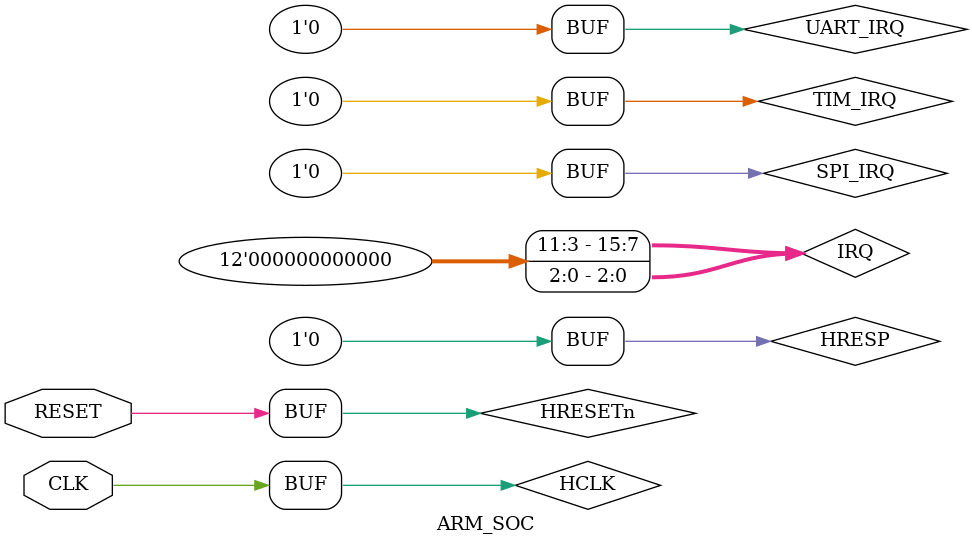
<source format=v>
`include	"../sys/config.v"

module ARM_SOC
(
	input wire			 CLK,
	input wire			 RESET,

`ifdef	UART
	input wire			 RXD,
	input wire			 ISPEN,
	output wire 	 	 TXD,
`endif
`ifdef	SPI	
	input wire			 MISO,
	output wire 	 	 CS_N,	
	output wire 	 	 SCK,	
	output wire 	 	 MOSI,	
`endif
`ifdef	LED
	output wire [7:0] 	 LED,
`endif
`ifdef	GPIO
	inout  wire [15:0]	 GPIO
`endif		
);

wire [7:0] 		DATAOUT;
wire		RX_FLAG_P;
wire		CORE_RESET;
wire		  WRITE;
wire [15:0]	  WRADDRIN;
wire [31:0]	  WRDATAIN;


wire          HCLK;            
wire          HRESETn;           

wire [31:0]   HADDR;           
wire [ 2:0]   HBURST;            
wire          HMASTLOCK;         
wire [ 3:0]   HPROT;         
wire [ 2:0]   HSIZE;             
wire [ 1:0]   HTRANS;            
wire [31:0]   HWDATA;            
wire          HWRITE;            
wire [31:0]   HRDATA;            
wire          HREADY;            
wire          HRESP;            

wire [15:0]   IRQ;                        
wire		  UART_IRQ,TIM_IRQ,SPI_IRQ;
wire [3:0]	  EXTI_IRQ;

assign		  IRQ = {9'b0,EXTI_IRQ[3],EXTI_IRQ[2],EXTI_IRQ[1],EXTI_IRQ[0],SPI_IRQ,TIM_IRQ,UART_IRQ};

`ifndef	UART
assign		  UART_IRQ = 1'b0;
`endif

`ifndef	TIMER
assign		  TIM_IRQ = 1'b0;
`endif

`ifndef	SPI
assign		  SPI_IRQ = 1'b0;
`endif


assign 		  HCLK = CLK;
assign 		  HRESETn = RESET;
assign 		  HRESP = 1'b0;


//DCD
wire  [7:0]	  HSEL;
wire  		  HSEL_MEM = HSEL[0];

`ifdef	GPIO
wire  		  HSEL_GPIO  = HSEL[1];
wire   [31:0] HRDATA_GPIO;
wire  		  HREADYOUT_GPIO;
`endif

`ifdef	UART
wire  		  HSEL_UART = HSEL[2];
wire   [31:0] HRDATA_UART;
wire  		  HREADYOUT_UART;
`endif

`ifdef	TIMER
wire  		  HSEL_TIMER = HSEL[3];
wire   [31:0] HRDATA_TIMER;
wire  		  HREADYOUT_TIMER;
`endif

`ifdef	SPI
wire  		  HSEL_SPI  = HSEL[4];
wire   [31:0] HRDATA_SPI;
wire  		  HREADYOUT_SPI;
`endif

`ifdef	LED
wire  		  HSEL_LED  = HSEL[5];
wire   [31:0] HRDATA_LED;
wire  		  HREADYOUT_LED;
`endif


//MUX      
wire   [31:0] HRDATA_MEM;
wire 		  HREADYOUT_MEM;


//CM0
CORTEXM0DS cortexm0ds
(
	.HCLK       	( HCLK  	),
	.HRESETn    	( CORE_RESET),

	.HADDR      	( HADDR  	),
	.HBURST     	( HBURST  	),
	.HMASTLOCK  	( HMASTLOCK ),
	.HPROT      	( HPROT  	),
	.HSIZE      	( HSIZE  	),
	.HTRANS     	( HTRANS  	),
	.HWDATA     	( HWDATA  	),
	.HWRITE     	( HWRITE  	),
	.HRDATA     	( HRDATA  	),
	.HREADY     	( HREADY  	),
	.HRESP      	( HRESP  	),

	.NMI        	( 1'b0  	),
	.IRQ        	( IRQ  		),
	.TXEV       	(   		),
	.RXEV       	( 1'b0  	),
	.LOCKUP     	( 		 	),
	.SYSRESETREQ	(   		),

	.SLEEPING   	(   		)
);


//AHBDCD
AHBDCD Decoder
(
	.HADDR      	( HADDR		),
	.HSEL			( HSEL		)
);	

//ISP
isp		isp
(
	.clk			( CLK	),
	.rst_n			( RESET	),
	.en				( ISPEN),
	.rxdata			( DATAOUT),
	.rx_flag_p		( RX_FLAG_P),

	.dl_flag		( CORE_RESET),
	.write			( WRITE),
	.wraddr			( WRADDRIN),
	.wrdata			( WRDATAIN)
);

//MEM
`ifdef	ROM_IP

AHB2RAM 		MEM
(
	.HSEL			( HSEL_MEM		),
	.HCLK			( HCLK			),
	.HRESETn		( HRESETn		),

	.WRITE			( WRITE		 	),
	.WRADDRIN		( WRADDRIN[11:0]	 	),
	.WRDATAIN		( WRDATAIN	 	),
	
	.HREADY			( 1'b1			),
	.HWRITE			( HWRITE		),	
	.HTRANS			( HTRANS		),
	.HSIZE			( HSIZE			),

	.HADDR			( HADDR			),
	.HWDATA			( HWDATA		),

	.HREADYOUT		( HREADYOUT_MEM	),
	.HRDATA			( HRDATA_MEM	)
);	
`else
AHB2MEM		MEM
(
	.HSEL			( HSEL_MEM		),
	.HCLK			( HCLK			),
	.HRESETn		( HRESETn		),

	.WR				( WRITE		 	),
	.WRADDR			( WRADDRIN[11:0]	 	),
	.WRDATA			( WRDATAIN	 	),
	
	.HREADY			( 1'b1			),
	.HWRITE			( HWRITE		),	
	.HTRANS			( HTRANS		),
	.HSIZE			( HSIZE			),

	.HADDR			( HADDR			),
	.HWDATA			( HWDATA		),

	.HREADYOUT		( HREADYOUT_MEM	),
	.HRDATA			( HRDATA_MEM	)
);	
`endif
	
//LED
`ifdef	LED	
	
AHB2LED led	
(	
	.HSEL			( HSEL_LED 		),
	.HCLK			( CLK	   		),
	.HRESETn		( RESET	   		),

	.HREADY			( 1'b1	   		),
	.HWRITE			( HWRITE   		),	
	.HTRANS			( HTRANS   		),
	.HSIZE			( HSIZE    		),

	.HADDR			( HRDATA   		),
	.HWDATA			( HWDATA   		),
	
	.HREADYOUT		( HREADYOUT_LED	),
	.HRDATA			( HRDATA_LED	),

	.LED			( LED			)
);
`endif

//UART
`ifdef	UART

AHB2UART uart
(
	.HSEL				( HSEL_UART	),
	.HCLK           ( CLK       ),
	.HRESETn        ( RESET     ),

	.BOOT           ( ISPEN      ),
	.RXD            ( RXD       ),

	.HREADY         ( 1'b1      ),
	.HWRITE         ( HWRITE   ),
	.HTRANS         ( HTRANS   ),
	.HSIZE          ( HSIZE    ),

	.HADDR          ( HADDR    ),
	.HWDATA         ( HWDATA   ),

	.HREADYOUT      ( HREADYOUT_UART ),
	.HRDATA         ( HRDATA_UART    ),
	
	.DATAOUT        ( DATAOUT    ),
	.RX_FLAG_P      ( RX_FLAG_P  ),

	.TXD            ( TXD       ),
	.IRQ            ( UART_IRQ  )
);
`endif

//TIMER
`ifdef	TIMER

AHB2TIMER timer
(
	.HSEL           ( HSEL_TIMER	),
	.HCLK           ( CLK       	),
	.HRESETn        ( RESET    		),

	.HREADY         ( 1'b1     		),
	.HWRITE         ( HWRITE    	),
	.HTRANS         ( HTRANS    	),
	.HSIZE          ( HSIZE     	),

	.HADDR          ( HADDR    	),
	.HWDATA         ( HWDATA    	),

	.HREADYOUT      ( HREADYOUT_TIMER  ),
	.HRDATA         ( HRDATA_TIMER     ),

	.TIM_IRQ		( TIM_IRQ	)
);
`endif

//SPI
`ifdef	SPI

AHB2SPI	spi
(
	.HSEL			( HSEL_SPI	),
	.HCLK           ( CLK     	),
	.HRESETn        ( RESET  	),

	.MISO           ( MISO     	),

	.HREADY         ( 1'b1     	),
	.HWRITE         ( HWRITE    ),
	.HTRANS         ( HTRANS    ),
	.HSIZE          ( HSIZE     ),

	.HADDR          ( HADDR    ),
	.HWDATA         ( HWDATA    ),

	.HREADYOUT      ( HREADYOUT_SPI),
	.HRDATA         ( HRDATA_SPI   ),

	.CS_N           ( CS_N     ),
	.SCK            ( SCK      ),
	.MOSI           ( MOSI     ),
	.SPI_IRQ        ( SPI_IRQ  )
);
`endif

`ifdef	GPIO
//GPIO	
AHB2GPIO gpio	
(	
	.HSEL			( HSEL_GPIO	),
	.HCLK           ( CLK     	),
	.HRESETn        ( RESET  	),

	.HREADY         ( 1'b1     	),
	.HWRITE         ( HWRITE    ),
	.HTRANS         ( HTRANS    ),
	.HSIZE          ( HSIZE     ),

	.HADDR          ( HADDR    ),
	.HWDATA         ( HWDATA    ),

	.HREADYOUT      ( HREADYOUT_GPIO),
	.HRDATA         ( HRDATA_GPIO   ),
	.GPIO			( GPIO	   ),
	.IRQ			( EXTI_IRQ )
);
`endif


//AHB MUX
AHBMUX AHBMUX
(
	.HCLK		 	( CLK		 	),
	.HRESETn	 	( RESET		 	),
	.MUX_SEL	 	( HSEL	 		), 

	.HRDATA_S0   	( HRDATA_MEM	), 
`ifdef	GPIO	
	.HRDATA_S1   	( HRDATA_GPIO	),
`else
	.HRDATA_S1   	( 				),
`endif
`ifdef	UART	
	.HRDATA_S2   	( HRDATA_UART	),
`else
	.HRDATA_S2   	( 				),	
`endif
`ifdef	TIMER	
	.HRDATA_S3   	( HRDATA_TIMER	),
`else
	.HRDATA_S3   	( 				),	
`endif
`ifdef	SPI	
	.HRDATA_S4   	( HRDATA_SPI	),
`else
	.HRDATA_S4   	( 				),	
`endif
`ifdef	LED	
	.HRDATA_S5   	( HRDATA_LED	),
`else
	.HRDATA_S5   	( 				),	
`endif
	.HRDATA_S6   	(			 	), 
	.HRDATA_S7   	(			 	), 


	.HREADYOUT_S0	( HREADYOUT_MEM	), 
`ifdef	GPIO	
	.HREADYOUT_S1   ( HREADYOUT_GPIO),
`else
	.HREADYOUT_S1   ( 1'b1			),
`endif
`ifdef	UART	
	.HREADYOUT_S2   ( HREADYOUT_UART),
`else
	.HREADYOUT_S2   ( 1'b1			),	
`endif
`ifdef	TIMER	
	.HREADYOUT_S3   ( HREADYOUT_TIMER),
`else
	.HREADYOUT_S3   ( 1'b1			),	
`endif
`ifdef	SPI	
	.HREADYOUT_S4   ( HREADYOUT_SPI	),
`else
	.HREADYOUT_S4   ( 1'b1			),
`endif
`ifdef	LED
	.HREADYOUT_S5   ( HREADYOUT_LED ),
`else
	.HREADYOUT_S5   ( 1'b1			),
`endif
	.HREADYOUT_S6	( 1'b1			),
	.HREADYOUT_S7	( 1'b1			),
	
	.HRDATA			( HRDATA	 	),
	.HREADY			( HREADY	 	)
);




endmodule

</source>
